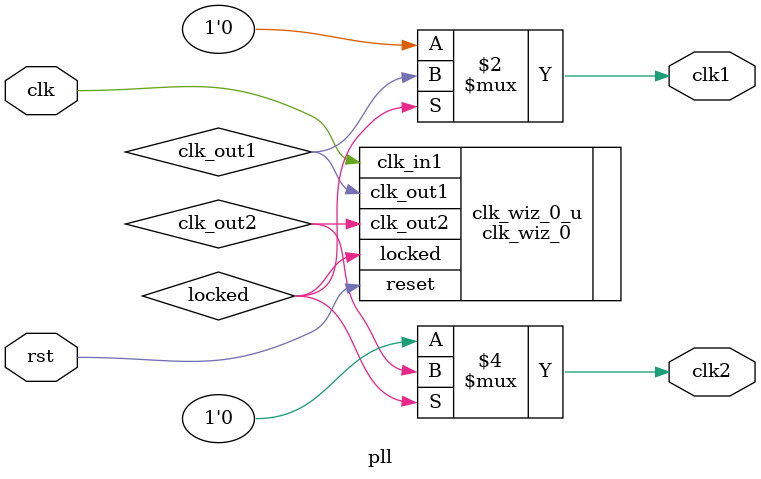
<source format=v>
module pll(
    input   clk,
    input   rst,
    output  clk1,
    output  clk2
    );

wire    clk_out1;
wire    clk_out2;
wire    loaked;

assign clk1 = (locked == 1'b1)  ?   clk_out1    :   1'b0;
assign clk2 = (locked == 1'b1)  ?   clk_out2    :   1'b0;

clk_wiz_0 clk_wiz_0_u
(
    // Clock out ports
    .clk_out1(clk_out1),     // output clk_out1
    .clk_out2(clk_out2),     // output clk_out2
    // Status and control signals
    .reset(rst), // input reset
    .locked(locked),       // output locked
   // Clock in ports
    .clk_in1(clk)
);      // input clk_in1
endmodule

</source>
